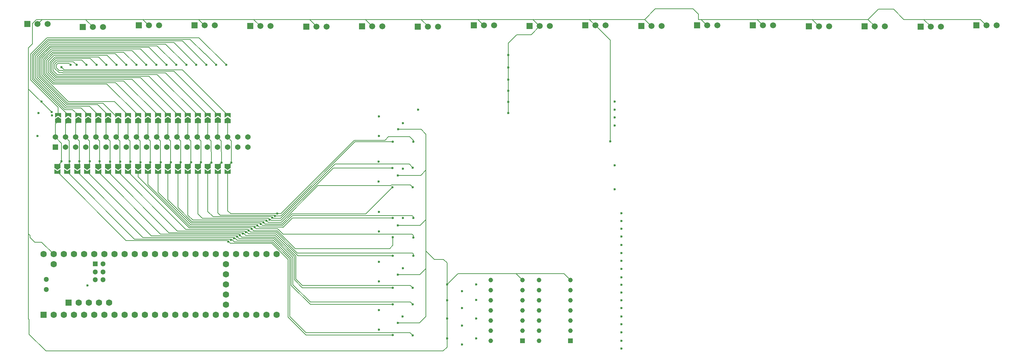
<source format=gbr>
%TF.GenerationSoftware,KiCad,Pcbnew,8.0.3-1.fc40*%
%TF.CreationDate,2024-06-20T14:07:14-04:00*%
%TF.ProjectId,sensor_bar_unified_muxing_1,73656e73-6f72-45f6-9261-725f756e6966,rev?*%
%TF.SameCoordinates,Original*%
%TF.FileFunction,Copper,L4,Bot*%
%TF.FilePolarity,Positive*%
%FSLAX46Y46*%
G04 Gerber Fmt 4.6, Leading zero omitted, Abs format (unit mm)*
G04 Created by KiCad (PCBNEW 8.0.3-1.fc40) date 2024-06-20 14:07:14*
%MOMM*%
%LPD*%
G01*
G04 APERTURE LIST*
G04 Aperture macros list*
%AMFreePoly0*
4,1,6,1.000000,0.000000,0.500000,-0.750000,-0.500000,-0.750000,-0.500000,0.750000,0.500000,0.750000,1.000000,0.000000,1.000000,0.000000,$1*%
%AMFreePoly1*
4,1,6,0.500000,-0.750000,-0.650000,-0.750000,-0.150000,0.000000,-0.650000,0.750000,0.500000,0.750000,0.500000,-0.750000,0.500000,-0.750000,$1*%
G04 Aperture macros list end*
%TA.AperFunction,ComponentPad*%
%ADD10R,1.500000X1.500000*%
%TD*%
%TA.AperFunction,ComponentPad*%
%ADD11C,1.500000*%
%TD*%
%TA.AperFunction,ComponentPad*%
%ADD12R,1.170000X1.170000*%
%TD*%
%TA.AperFunction,ComponentPad*%
%ADD13C,1.170000*%
%TD*%
%TA.AperFunction,ComponentPad*%
%ADD14R,1.370000X1.370000*%
%TD*%
%TA.AperFunction,ComponentPad*%
%ADD15C,1.370000*%
%TD*%
%TA.AperFunction,ComponentPad*%
%ADD16R,1.600000X1.600000*%
%TD*%
%TA.AperFunction,ComponentPad*%
%ADD17C,1.600000*%
%TD*%
%TA.AperFunction,ComponentPad*%
%ADD18R,1.300000X1.300000*%
%TD*%
%TA.AperFunction,ComponentPad*%
%ADD19C,1.300000*%
%TD*%
%TA.AperFunction,SMDPad,CuDef*%
%ADD20FreePoly0,270.000000*%
%TD*%
%TA.AperFunction,SMDPad,CuDef*%
%ADD21FreePoly1,270.000000*%
%TD*%
%TA.AperFunction,SMDPad,CuDef*%
%ADD22FreePoly0,90.000000*%
%TD*%
%TA.AperFunction,SMDPad,CuDef*%
%ADD23FreePoly1,90.000000*%
%TD*%
%TA.AperFunction,ViaPad*%
%ADD24C,0.600000*%
%TD*%
%TA.AperFunction,Conductor*%
%ADD25C,0.200000*%
%TD*%
G04 APERTURE END LIST*
D10*
%TO.P,U16,1,VCC*%
%TO.N,Net-(BOARDSEL_CMP1-VCC)*%
X221340000Y-18385000D03*
D11*
%TO.P,U16,2,GND*%
%TO.N,GND*%
X223880000Y-18385000D03*
%TO.P,U16,3,OUT*%
%TO.N,Net-(JP11-B)*%
X226420000Y-18385000D03*
%TD*%
D12*
%TO.P,BOARDSEL_ENABLE1,1,1A*%
%TO.N,Net-(BOARDSEL_CMP1-1Y)*%
X149560000Y-97305000D03*
D13*
%TO.P,BOARDSEL_ENABLE1,2,1B*%
%TO.N,Net-(BOARDSEL_CMP1-2Y)*%
X149560000Y-94765000D03*
%TO.P,BOARDSEL_ENABLE1,3*%
%TO.N,N/C*%
X149560000Y-92225000D03*
%TO.P,BOARDSEL_ENABLE1,4,1C*%
%TO.N,Net-(BOARDSEL_CMP1-3Y)*%
X149560000Y-89685000D03*
%TO.P,BOARDSEL_ENABLE1,5,1D*%
%TO.N,Net-(BOARDSEL_CMP1-4Y)*%
X149560000Y-87145000D03*
%TO.P,BOARDSEL_ENABLE1,6,1Y*%
%TO.N,Net-(BOARDSEL_ENABLE1-1Y)*%
X149560000Y-84605000D03*
%TO.P,BOARDSEL_ENABLE1,7,GND*%
%TO.N,GND*%
X149560000Y-82065000D03*
%TO.P,BOARDSEL_ENABLE1,8,2Y*%
%TO.N,unconnected-(BOARDSEL_ENABLE1-2Y-Pad8)*%
X141620000Y-82065000D03*
%TO.P,BOARDSEL_ENABLE1,9,2A*%
%TO.N,unconnected-(BOARDSEL_ENABLE1-2A-Pad9)*%
X141620000Y-84605000D03*
%TO.P,BOARDSEL_ENABLE1,10,2B*%
%TO.N,unconnected-(BOARDSEL_ENABLE1-2B-Pad10)*%
X141620000Y-87145000D03*
%TO.P,BOARDSEL_ENABLE1,11*%
%TO.N,N/C*%
X141620000Y-89685000D03*
%TO.P,BOARDSEL_ENABLE1,12,2C*%
%TO.N,unconnected-(BOARDSEL_ENABLE1-2C-Pad12)*%
X141620000Y-92225000D03*
%TO.P,BOARDSEL_ENABLE1,13,2D*%
%TO.N,unconnected-(BOARDSEL_ENABLE1-2D-Pad13)*%
X141620000Y-94765000D03*
%TO.P,BOARDSEL_ENABLE1,14,VCC*%
%TO.N,Net-(BOARDSEL_CMP1-VCC)*%
X141620000Y-97305000D03*
%TD*%
D10*
%TO.P,U13,1,VCC*%
%TO.N,Net-(BOARDSEL_CMP1-VCC)*%
X179340000Y-18345000D03*
D11*
%TO.P,U13,2,GND*%
%TO.N,GND*%
X181880000Y-18345000D03*
%TO.P,U13,3,OUT*%
%TO.N,Net-(JP14-B)*%
X184420000Y-18345000D03*
%TD*%
D10*
%TO.P,U15,1,VCC*%
%TO.N,Net-(BOARDSEL_CMP1-VCC)*%
X207340000Y-18185000D03*
D11*
%TO.P,U15,2,GND*%
%TO.N,GND*%
X209880000Y-18185000D03*
%TO.P,U15,3,OUT*%
%TO.N,Net-(JP12-B)*%
X212420000Y-18185000D03*
%TD*%
D10*
%TO.P,U9,1,VCC*%
%TO.N,Net-(BOARDSEL_CMP1-VCC)*%
X123340000Y-18485000D03*
D11*
%TO.P,U9,2,GND*%
%TO.N,GND*%
X125880000Y-18485000D03*
%TO.P,U9,3,OUT*%
%TO.N,Net-(JP18-B)*%
X128420000Y-18485000D03*
%TD*%
D10*
%TO.P,U19,1,VCC*%
%TO.N,Net-(BOARDSEL_CMP1-VCC)*%
X263340000Y-18185000D03*
D11*
%TO.P,U19,2,GND*%
%TO.N,GND*%
X265880000Y-18185000D03*
%TO.P,U19,3,OUT*%
%TO.N,Net-(JP26-B)*%
X268420000Y-18185000D03*
%TD*%
D10*
%TO.P,U10,1,VCC*%
%TO.N,Net-(BOARDSEL_CMP1-VCC)*%
X137340000Y-18185000D03*
D11*
%TO.P,U10,2,GND*%
%TO.N,GND*%
X139880000Y-18185000D03*
%TO.P,U10,3,OUT*%
%TO.N,Net-(JP17-B)*%
X142420000Y-18185000D03*
%TD*%
D10*
%TO.P,U7,1,VCC*%
%TO.N,Net-(BOARDSEL_CMP1-VCC)*%
X95340000Y-18485000D03*
D11*
%TO.P,U7,2,GND*%
%TO.N,GND*%
X97880000Y-18485000D03*
%TO.P,U7,3,OUT*%
%TO.N,Net-(JP20-B)*%
X100420000Y-18485000D03*
%TD*%
D10*
%TO.P,U11,1,VCC*%
%TO.N,Net-(BOARDSEL_CMP1-VCC)*%
X151340000Y-18345000D03*
D11*
%TO.P,U11,2,GND*%
%TO.N,GND*%
X153880000Y-18345000D03*
%TO.P,U11,3,OUT*%
%TO.N,Net-(JP16-B)*%
X156420000Y-18345000D03*
%TD*%
D10*
%TO.P,U8,1,VCC*%
%TO.N,Net-(BOARDSEL_CMP1-VCC)*%
X109340000Y-18385000D03*
D11*
%TO.P,U8,2,GND*%
%TO.N,GND*%
X111880000Y-18385000D03*
%TO.P,U8,3,OUT*%
%TO.N,Net-(JP19-B)*%
X114420000Y-18385000D03*
%TD*%
D10*
%TO.P,U6,1,VCC*%
%TO.N,Net-(BOARDSEL_CMP1-VCC)*%
X81340000Y-18345000D03*
D11*
%TO.P,U6,2,GND*%
%TO.N,GND*%
X83880000Y-18345000D03*
%TO.P,U6,3,OUT*%
%TO.N,Net-(JP21-B)*%
X86420000Y-18345000D03*
%TD*%
D10*
%TO.P,U17,1,VCC*%
%TO.N,Net-(BOARDSEL_CMP1-VCC)*%
X235340000Y-18385000D03*
D11*
%TO.P,U17,2,GND*%
%TO.N,GND*%
X237880000Y-18385000D03*
%TO.P,U17,3,OUT*%
%TO.N,Net-(JP10-B)*%
X240420000Y-18385000D03*
%TD*%
D10*
%TO.P,U18,1,VCC*%
%TO.N,Net-(BOARDSEL_CMP1-VCC)*%
X249340000Y-18485000D03*
D11*
%TO.P,U18,2,GND*%
%TO.N,GND*%
X251880000Y-18485000D03*
%TO.P,U18,3,OUT*%
%TO.N,Net-(JP25-B)*%
X254420000Y-18485000D03*
%TD*%
D10*
%TO.P,U12,1,VCC*%
%TO.N,Net-(BOARDSEL_CMP1-VCC)*%
X165340000Y-18145000D03*
D11*
%TO.P,U12,2,GND*%
%TO.N,GND*%
X167880000Y-18145000D03*
%TO.P,U12,3,OUT*%
%TO.N,Net-(JP15-B)*%
X170420000Y-18145000D03*
%TD*%
D10*
%TO.P,U3,1,VCC*%
%TO.N,Net-(BOARDSEL_CMP1-VCC)*%
X39340000Y-18545000D03*
D11*
%TO.P,U3,2,GND*%
%TO.N,GND*%
X41880000Y-18545000D03*
%TO.P,U3,3,OUT*%
%TO.N,Net-(JP46-B)*%
X44420000Y-18545000D03*
%TD*%
D10*
%TO.P,U5,1,VCC*%
%TO.N,Net-(BOARDSEL_CMP1-VCC)*%
X67340000Y-18145000D03*
D11*
%TO.P,U5,2,GND*%
%TO.N,GND*%
X69880000Y-18145000D03*
%TO.P,U5,3,OUT*%
%TO.N,Net-(JP22-B)*%
X72420000Y-18145000D03*
%TD*%
D10*
%TO.P,U2,1,VCC*%
%TO.N,Net-(BOARDSEL_CMP1-VCC)*%
X25440000Y-17845000D03*
D11*
%TO.P,U2,2,GND*%
%TO.N,GND*%
X27980000Y-17845000D03*
%TO.P,U2,3,OUT*%
%TO.N,Net-(JP47-B)*%
X30520000Y-17845000D03*
%TD*%
D14*
%TO.P,interboard connect,01,01*%
%TO.N,Net-(BOARDSEL_CMP1-1A)*%
X32440000Y-48725000D03*
D15*
%TO.P,interboard connect,02,02*%
%TO.N,Net-(DG452_0-S_1)*%
X32440000Y-46185000D03*
%TO.P,interboard connect,03,03*%
%TO.N,Net-(BOARDSEL_CMP1-2A)*%
X34980000Y-48725000D03*
%TO.P,interboard connect,04,04*%
%TO.N,Net-(DG452_0-D_4)*%
X34980000Y-46185000D03*
%TO.P,interboard connect,05,05*%
%TO.N,Net-(BOARDSEL_CMP1-3A)*%
X37520000Y-48725000D03*
%TO.P,interboard connect,06,06*%
%TO.N,Net-(DG452_0-S_2)*%
X37520000Y-46185000D03*
%TO.P,interboard connect,07,07*%
%TO.N,Net-(BOARDSEL_CMP1-4A)*%
X40060000Y-48725000D03*
%TO.P,interboard connect,08,08*%
%TO.N,Net-(DG452_0-D_3)*%
X40060000Y-46185000D03*
%TO.P,interboard connect,09,09*%
%TO.N,unconnected-(J1-Pad09)*%
X42600000Y-48725000D03*
%TO.P,interboard connect,10,10*%
%TO.N,Net-(DG452_1-S_1)*%
X42600000Y-46185000D03*
%TO.P,interboard connect,11,11*%
%TO.N,unconnected-(J1-Pad11)*%
X45140000Y-48725000D03*
%TO.P,interboard connect,12,12*%
%TO.N,Net-(DG452_1-D_4)*%
X45140000Y-46185000D03*
%TO.P,interboard connect,13,13*%
%TO.N,unconnected-(J1-Pad13)*%
X47680000Y-48725000D03*
%TO.P,interboard connect,14,14*%
%TO.N,Net-(DG452_1-S_2)*%
X47680000Y-46185000D03*
%TO.P,interboard connect,15,15*%
%TO.N,unconnected-(J1-Pad15)*%
X50220000Y-48725000D03*
%TO.P,interboard connect,16,16*%
%TO.N,Net-(DG452_1-D_3)*%
X50220000Y-46185000D03*
%TO.P,interboard connect,17,17*%
%TO.N,Net-(J2-Pin_9)*%
X52760000Y-48725000D03*
%TO.P,interboard connect,18,18*%
%TO.N,Net-(DG452_2-S_1)*%
X52760000Y-46185000D03*
%TO.P,interboard connect,19,19*%
%TO.N,unconnected-(J1-Pad19)*%
X55300000Y-48725000D03*
%TO.P,interboard connect,20,20*%
%TO.N,Net-(DG452_2-D_4)*%
X55300000Y-46185000D03*
%TO.P,interboard connect,21,21*%
%TO.N,unconnected-(J1-Pad21)*%
X57840000Y-48725000D03*
%TO.P,interboard connect,22,22*%
%TO.N,Net-(DG452_2-S_2)*%
X57840000Y-46185000D03*
%TO.P,interboard connect,23,23*%
%TO.N,unconnected-(J1-Pad23)*%
X60380000Y-48725000D03*
%TO.P,interboard connect,24,24*%
%TO.N,Net-(DG452_2-D_3)*%
X60380000Y-46185000D03*
%TO.P,interboard connect,25,25*%
%TO.N,unconnected-(J1-Pad25)*%
X62920000Y-48725000D03*
%TO.P,interboard connect,26,26*%
%TO.N,Net-(DG452_3-S_1)*%
X62920000Y-46185000D03*
%TO.P,interboard connect,27,27*%
%TO.N,unconnected-(J1-Pad27)*%
X65460000Y-48725000D03*
%TO.P,interboard connect,28,28*%
%TO.N,Net-(DG452_3-D_4)*%
X65460000Y-46185000D03*
%TO.P,interboard connect,29,29*%
%TO.N,Net-(BOARDSEL_CMP1-VCC)*%
X68000000Y-48725000D03*
%TO.P,interboard connect,30,30*%
%TO.N,Net-(DG452_3-S_2)*%
X68000000Y-46185000D03*
%TO.P,interboard connect,31,31*%
%TO.N,unconnected-(J1-Pad31)*%
X70540000Y-48725000D03*
%TO.P,interboard connect,32,32*%
%TO.N,Net-(DG452_3-D_3)*%
X70540000Y-46185000D03*
%TO.P,interboard connect,33,33*%
%TO.N,unconnected-(J1-Pad33)*%
X73080000Y-48725000D03*
%TO.P,interboard connect,34,34*%
%TO.N,Net-(DG45_4-S_1)*%
X73080000Y-46185000D03*
%TO.P,interboard connect,35,35*%
%TO.N,unconnected-(J1-Pad35)*%
X75620000Y-48725000D03*
%TO.P,interboard connect,36,36*%
%TO.N,Net-(DG45_4-D_4)*%
X75620000Y-46185000D03*
%TO.P,interboard connect,37,37*%
%TO.N,unconnected-(J1-Pad37)*%
X78160000Y-48725000D03*
%TO.P,interboard connect,38,38*%
%TO.N,unconnected-(J1-Pad38)*%
X78160000Y-46185000D03*
%TO.P,interboard connect,39,39*%
%TO.N,unconnected-(J1-Pad39)*%
X80700000Y-48725000D03*
%TO.P,interboard connect,40,40*%
%TO.N,GND*%
X80700000Y-46185000D03*
%TD*%
D16*
%TO.P,U1,1,GND*%
%TO.N,unconnected-(U1-GND-Pad1)*%
X29470000Y-90805000D03*
D17*
%TO.P,U1,2,0_RX1_CRX2_CS1*%
%TO.N,Net-(BOARDSEL_CMP1-1A)*%
X32010000Y-90805000D03*
%TO.P,U1,3,1_TX1_CTX2_MISO1*%
%TO.N,Net-(BOARDSEL_CMP1-2A)*%
X34550000Y-90805000D03*
%TO.P,U1,4,2_OUT2*%
%TO.N,Net-(BOARDSEL_CMP1-3A)*%
X37090000Y-90805000D03*
%TO.P,U1,5,3_LRCLK2*%
%TO.N,Net-(BOARDSEL_CMP1-4A)*%
X39630000Y-90805000D03*
%TO.P,U1,6,4_BCLK2*%
%TO.N,unconnected-(U1-4_BCLK2-Pad6)*%
X42170000Y-90805000D03*
%TO.P,U1,7,5_IN2*%
%TO.N,unconnected-(U1-5_IN2-Pad7)*%
X44710000Y-90805000D03*
%TO.P,U1,8,6_OUT1D*%
%TO.N,unconnected-(U1-6_OUT1D-Pad8)*%
X47250000Y-90805000D03*
%TO.P,U1,9,7_RX2_OUT1A*%
%TO.N,unconnected-(U1-7_RX2_OUT1A-Pad9)*%
X49790000Y-90805000D03*
%TO.P,U1,10,8_TX2_IN1*%
%TO.N,unconnected-(U1-8_TX2_IN1-Pad10)*%
X52330000Y-90805000D03*
%TO.P,U1,11,9_OUT1C*%
%TO.N,unconnected-(U1-9_OUT1C-Pad11)*%
X54870000Y-90805000D03*
%TO.P,U1,12,10_CS_MQSR*%
%TO.N,unconnected-(U1-10_CS_MQSR-Pad12)*%
X57410000Y-90805000D03*
%TO.P,U1,13,11_MOSI_CTX1*%
%TO.N,unconnected-(U1-11_MOSI_CTX1-Pad13)*%
X59950000Y-90805000D03*
%TO.P,U1,14,12_MISO_MQSL*%
%TO.N,unconnected-(U1-12_MISO_MQSL-Pad14)*%
X62490000Y-90805000D03*
%TO.P,U1,15,3V3*%
%TO.N,unconnected-(U1-3V3-Pad15)*%
X65030000Y-90805000D03*
%TO.P,U1,16,24_A10_TX6_SCL2*%
%TO.N,Net-(DG452_0-S_1)*%
X67570000Y-90805000D03*
%TO.P,U1,17,25_A11_RX6_SDA2*%
%TO.N,Net-(DG452_0-D_4)*%
X70110000Y-90805000D03*
%TO.P,U1,18,26_A12_MOSI1*%
%TO.N,Net-(DG452_0-S_2)*%
X72650000Y-90805000D03*
%TO.P,U1,19,27_A13_SCK1*%
%TO.N,Net-(DG452_0-D_3)*%
X75190000Y-90805000D03*
%TO.P,U1,20,28_RX7*%
%TO.N,unconnected-(U1-28_RX7-Pad20)*%
X77730000Y-90805000D03*
%TO.P,U1,21,29_TX7*%
%TO.N,unconnected-(U1-29_TX7-Pad21)*%
X80270000Y-90805000D03*
%TO.P,U1,22,30_CRX3*%
%TO.N,unconnected-(U1-30_CRX3-Pad22)*%
X82810000Y-90805000D03*
%TO.P,U1,23,31_CTX3*%
%TO.N,unconnected-(U1-31_CTX3-Pad23)*%
X85350000Y-90805000D03*
%TO.P,U1,24,32_OUT1B*%
%TO.N,unconnected-(U1-32_OUT1B-Pad24)*%
X87890000Y-90805000D03*
%TO.P,U1,25,33_MCLK2*%
%TO.N,unconnected-(U1-33_MCLK2-Pad25)*%
X87890000Y-75565000D03*
%TO.P,U1,26,34_RX8*%
%TO.N,unconnected-(U1-34_RX8-Pad26)*%
X85350000Y-75565000D03*
%TO.P,U1,27,35_TX8*%
%TO.N,unconnected-(U1-35_TX8-Pad27)*%
X82810000Y-75565000D03*
%TO.P,U1,28,36_CS*%
%TO.N,unconnected-(U1-36_CS-Pad28)*%
X80270000Y-75565000D03*
%TO.P,U1,29,37_CS*%
%TO.N,unconnected-(U1-37_CS-Pad29)*%
X77730000Y-75565000D03*
%TO.P,U1,30,38_CS1_IN1*%
%TO.N,Net-(DG452_1-D_3)*%
X75190000Y-75565000D03*
%TO.P,U1,31,39_MISO1_OUT1A*%
%TO.N,Net-(DG452_1-S_2)*%
X72650000Y-75565000D03*
%TO.P,U1,32,40_A16*%
%TO.N,Net-(DG452_1-D_4)*%
X70110000Y-75565000D03*
%TO.P,U1,33,41_A17*%
%TO.N,Net-(DG452_1-S_1)*%
X67570000Y-75565000D03*
%TO.P,U1,34,GND*%
%TO.N,unconnected-(U1-GND-Pad34)*%
X65030000Y-75565000D03*
%TO.P,U1,35,13_SCK_LED*%
%TO.N,unconnected-(U1-13_SCK_LED-Pad35)*%
X62490000Y-75565000D03*
%TO.P,U1,36,14_A0_TX3_SPDIF_OUT*%
%TO.N,Net-(DG45_4-D_4)*%
X59950000Y-75565000D03*
%TO.P,U1,37,15_A1_RX3_SPDIF_IN*%
%TO.N,Net-(DG45_4-S_1)*%
X57410000Y-75565000D03*
%TO.P,U1,38,16_A2_RX4_SCL1*%
%TO.N,Net-(DG452_3-D_3)*%
X54870000Y-75565000D03*
%TO.P,U1,39,17_A3_TX4_SDA1*%
%TO.N,Net-(DG452_3-S_2)*%
X52330000Y-75565000D03*
%TO.P,U1,40,18_A4_SDA*%
%TO.N,Net-(DG452_3-D_4)*%
X49790000Y-75565000D03*
%TO.P,U1,41,19_A5_SCL*%
%TO.N,Net-(DG452_3-S_1)*%
X47250000Y-75565000D03*
%TO.P,U1,42,20_A6_TX5_LRCLK1*%
%TO.N,Net-(DG452_2-D_3)*%
X44710000Y-75565000D03*
%TO.P,U1,43,21_A7_RX5_BCLK1*%
%TO.N,Net-(DG452_2-S_2)*%
X42170000Y-75565000D03*
%TO.P,U1,44,22_A8_CTX1*%
%TO.N,Net-(DG452_2-D_4)*%
X39630000Y-75565000D03*
%TO.P,U1,45,23_A9_CRX1_MCLK1*%
%TO.N,Net-(DG452_2-S_1)*%
X37090000Y-75565000D03*
%TO.P,U1,46,3V3*%
%TO.N,Net-(BOARDSEL_CMP1-VCC)*%
X34550000Y-75565000D03*
%TO.P,U1,47,GND*%
%TO.N,GND*%
X32010000Y-75565000D03*
%TO.P,U1,48,VIN*%
%TO.N,Net-(JP23-B)*%
X29470000Y-75565000D03*
%TO.P,U1,49,VUSB*%
%TO.N,unconnected-(U1-VUSB-Pad49)*%
X32010000Y-78105000D03*
%TO.P,U1,50,VBAT*%
%TO.N,unconnected-(U1-VBAT-Pad50)*%
X75190000Y-88265000D03*
%TO.P,U1,51,3V3*%
%TO.N,unconnected-(U1-3V3-Pad51)*%
X75190000Y-85725000D03*
%TO.P,U1,52,GND*%
%TO.N,unconnected-(U1-GND-Pad52)*%
X75190000Y-83185000D03*
%TO.P,U1,53,PROGRAM*%
%TO.N,unconnected-(U1-PROGRAM-Pad53)*%
X75190000Y-80645000D03*
%TO.P,U1,54,ON_OFF*%
%TO.N,unconnected-(U1-ON_OFF-Pad54)*%
X75190000Y-78105000D03*
D16*
%TO.P,U1,55,5V*%
%TO.N,unconnected-(U1-5V-Pad55)*%
X35769200Y-87754200D03*
D17*
%TO.P,U1,56,D-*%
%TO.N,unconnected-(U1-D--Pad56)*%
X38309200Y-87754200D03*
%TO.P,U1,57,D+*%
%TO.N,unconnected-(U1-D+-Pad57)*%
X40849200Y-87754200D03*
%TO.P,U1,58,GND*%
%TO.N,unconnected-(U1-GND-Pad58)*%
X43389200Y-87754200D03*
%TO.P,U1,59,GND*%
%TO.N,unconnected-(U1-GND-Pad59)*%
X45929200Y-87754200D03*
D18*
%TO.P,U1,60,R+*%
%TO.N,unconnected-(U1-R+-Pad60)*%
X42440000Y-78003400D03*
D19*
%TO.P,U1,61,LED*%
%TO.N,unconnected-(U1-LED-Pad61)*%
X42440000Y-80003400D03*
%TO.P,U1,62,T-*%
%TO.N,unconnected-(U1-T--Pad62)*%
X42440000Y-82003400D03*
%TO.P,U1,63,T+*%
%TO.N,unconnected-(U1-T+-Pad63)*%
X44440000Y-82003400D03*
%TO.P,U1,64,GND*%
%TO.N,unconnected-(U1-GND-Pad64)*%
X44440000Y-80003400D03*
%TO.P,U1,65,R-*%
%TO.N,unconnected-(U1-R--Pad65)*%
X44440000Y-78003400D03*
%TO.P,U1,66,D-*%
%TO.N,unconnected-(U1-D--Pad66)*%
X30200000Y-81915000D03*
%TO.P,U1,67,D+*%
%TO.N,unconnected-(U1-D+-Pad67)*%
X30200000Y-84455000D03*
%TD*%
D12*
%TO.P,BOARDSEL_CMP1,1,1A*%
%TO.N,Net-(BOARDSEL_CMP1-1A)*%
X161620000Y-97345000D03*
D13*
%TO.P,BOARDSEL_CMP1,2,1B*%
%TO.N,Net-(BOARDSEL_CMP1-1B)*%
X161620000Y-94805000D03*
%TO.P,BOARDSEL_CMP1,3,1Y*%
%TO.N,Net-(BOARDSEL_CMP1-1Y)*%
X161620000Y-92265000D03*
%TO.P,BOARDSEL_CMP1,4,2Y*%
%TO.N,Net-(BOARDSEL_CMP1-2Y)*%
X161620000Y-89725000D03*
%TO.P,BOARDSEL_CMP1,5,2A*%
%TO.N,Net-(BOARDSEL_CMP1-2A)*%
X161620000Y-87185000D03*
%TO.P,BOARDSEL_CMP1,6,2B*%
%TO.N,Net-(BOARDSEL_CMP1-2B)*%
X161620000Y-84645000D03*
%TO.P,BOARDSEL_CMP1,7,GND*%
%TO.N,GND*%
X161620000Y-82105000D03*
%TO.P,BOARDSEL_CMP1,8,3A*%
%TO.N,Net-(BOARDSEL_CMP1-3A)*%
X153680000Y-82105000D03*
%TO.P,BOARDSEL_CMP1,9,3B*%
%TO.N,Net-(BOARDSEL_CMP1-3B)*%
X153680000Y-84645000D03*
%TO.P,BOARDSEL_CMP1,10,3Y*%
%TO.N,Net-(BOARDSEL_CMP1-3Y)*%
X153680000Y-87185000D03*
%TO.P,BOARDSEL_CMP1,11,4Y*%
%TO.N,Net-(BOARDSEL_CMP1-4Y)*%
X153680000Y-89725000D03*
%TO.P,BOARDSEL_CMP1,12,4A*%
%TO.N,Net-(BOARDSEL_CMP1-4A)*%
X153680000Y-92265000D03*
%TO.P,BOARDSEL_CMP1,13,4B*%
%TO.N,Net-(BOARDSEL_CMP1-4B)*%
X153680000Y-94805000D03*
%TO.P,BOARDSEL_CMP1,14,VCC*%
%TO.N,Net-(BOARDSEL_CMP1-VCC)*%
X153680000Y-97345000D03*
%TD*%
D10*
%TO.P,U14,1,VCC*%
%TO.N,Net-(BOARDSEL_CMP1-VCC)*%
X193340000Y-18185000D03*
D11*
%TO.P,U14,2,GND*%
%TO.N,GND*%
X195880000Y-18185000D03*
%TO.P,U14,3,OUT*%
%TO.N,Net-(JP13-B)*%
X198420000Y-18185000D03*
%TD*%
D10*
%TO.P,U4,1,VCC*%
%TO.N,Net-(BOARDSEL_CMP1-VCC)*%
X53340000Y-18145000D03*
D11*
%TO.P,U4,2,GND*%
%TO.N,GND*%
X55880000Y-18145000D03*
%TO.P,U4,3,OUT*%
%TO.N,Net-(JP45-B)*%
X58420000Y-18145000D03*
%TD*%
D20*
%TO.P,JPE01,1,A*%
%TO.N,Net-(DG452_0-S_1)*%
X32930000Y-53485000D03*
D21*
%TO.P,JPE01,2,B*%
X32930000Y-54935000D03*
%TD*%
D20*
%TO.P,JPE15,1,A*%
%TO.N,Net-(DG452_3-S_2)*%
X68180000Y-53460000D03*
D21*
%TO.P,JPE15,2,B*%
X68180000Y-54910000D03*
%TD*%
D20*
%TO.P,JPE13,1,A*%
%TO.N,Net-(DG452_3-S_1)*%
X63180000Y-53460000D03*
D21*
%TO.P,JPE13,2,B*%
X63180000Y-54910000D03*
%TD*%
D22*
%TO.P,JP20,1,A*%
%TO.N,Net-(DG452_3-S_1)*%
X63180000Y-42160000D03*
D23*
%TO.P,JP20,2,B*%
%TO.N,Net-(JP20-B)*%
X63180000Y-40710000D03*
%TD*%
D20*
%TO.P,JPE04,1,A*%
%TO.N,Net-(DG452_0-D_3)*%
X40430000Y-53485000D03*
D21*
%TO.P,JPE04,2,B*%
X40430000Y-54935000D03*
%TD*%
D22*
%TO.P,JP46,1,A*%
%TO.N,Net-(DG45_4-S_1)*%
X73180000Y-42135000D03*
D23*
%TO.P,JP46,2,B*%
%TO.N,Net-(JP46-B)*%
X73180000Y-40685000D03*
%TD*%
D20*
%TO.P,JPE18,1,A*%
%TO.N,Net-(DG45_4-D_4)*%
X75680000Y-53460000D03*
D21*
%TO.P,JPE18,2,B*%
X75680000Y-54910000D03*
%TD*%
D22*
%TO.P,JP16,1,A*%
%TO.N,Net-(DG452_2-S_1)*%
X53180000Y-42160000D03*
D23*
%TO.P,JP16,2,B*%
%TO.N,Net-(JP16-B)*%
X53180000Y-40710000D03*
%TD*%
D22*
%TO.P,JP47,1,A*%
%TO.N,Net-(DG45_4-D_4)*%
X75680000Y-42160000D03*
D23*
%TO.P,JP47,2,B*%
%TO.N,Net-(JP47-B)*%
X75680000Y-40710000D03*
%TD*%
D22*
%TO.P,JP13,1,A*%
%TO.N,Net-(DG452_1-D_4)*%
X45680000Y-42135000D03*
D23*
%TO.P,JP13,2,B*%
%TO.N,Net-(JP13-B)*%
X45680000Y-40685000D03*
%TD*%
D20*
%TO.P,JPE06,1,A*%
%TO.N,Net-(DG452_1-D_4)*%
X45680000Y-53485000D03*
D21*
%TO.P,JPE06,2,B*%
X45680000Y-54935000D03*
%TD*%
D22*
%TO.P,JP15,1,A*%
%TO.N,Net-(DG452_1-D_3)*%
X50680000Y-42160000D03*
D23*
%TO.P,JP15,2,B*%
%TO.N,Net-(JP15-B)*%
X50680000Y-40710000D03*
%TD*%
D20*
%TO.P,JPE08,1,A*%
%TO.N,Net-(DG452_1-D_3)*%
X50680000Y-53460000D03*
D21*
%TO.P,JPE08,2,B*%
X50680000Y-54910000D03*
%TD*%
D20*
%TO.P,JPE12,1,A*%
%TO.N,Net-(DG452_2-D_3)*%
X60680000Y-53485000D03*
D21*
%TO.P,JPE12,2,B*%
X60680000Y-54935000D03*
%TD*%
D22*
%TO.P,JP45,1,A*%
%TO.N,Net-(DG452_3-D_3)*%
X70680000Y-42135000D03*
D23*
%TO.P,JP45,2,B*%
%TO.N,Net-(JP45-B)*%
X70680000Y-40685000D03*
%TD*%
D22*
%TO.P,JP17,1,A*%
%TO.N,Net-(DG452_2-D_4)*%
X55680000Y-42135000D03*
D23*
%TO.P,JP17,2,B*%
%TO.N,Net-(JP17-B)*%
X55680000Y-40685000D03*
%TD*%
D20*
%TO.P,JPE14,1,A*%
%TO.N,Net-(DG452_3-D_4)*%
X65680000Y-53485000D03*
D21*
%TO.P,JPE14,2,B*%
X65680000Y-54935000D03*
%TD*%
D20*
%TO.P,JPE16,1,A*%
%TO.N,Net-(DG452_3-D_3)*%
X70680000Y-53485000D03*
D21*
%TO.P,JPE16,2,B*%
X70680000Y-54935000D03*
%TD*%
D22*
%TO.P,JP21,1,A*%
%TO.N,Net-(DG452_3-D_4)*%
X65680000Y-42135000D03*
D23*
%TO.P,JP21,2,B*%
%TO.N,Net-(JP21-B)*%
X65680000Y-40685000D03*
%TD*%
D20*
%TO.P,JPE03,1,A*%
%TO.N,Net-(DG452_0-S_2)*%
X37930000Y-53485000D03*
D21*
%TO.P,JPE03,2,B*%
X37930000Y-54935000D03*
%TD*%
D20*
%TO.P,JPE02,1,A*%
%TO.N,Net-(DG452_0-D_4)*%
X35430000Y-53485000D03*
D21*
%TO.P,JPE02,2,B*%
X35430000Y-54935000D03*
%TD*%
D22*
%TO.P,JP19,1,A*%
%TO.N,Net-(DG452_2-D_3)*%
X60680000Y-42135000D03*
D23*
%TO.P,JP19,2,B*%
%TO.N,Net-(JP19-B)*%
X60680000Y-40685000D03*
%TD*%
D20*
%TO.P,JPE09,1,A*%
%TO.N,Net-(DG452_2-S_1)*%
X53180000Y-53485000D03*
D21*
%TO.P,JPE09,2,B*%
X53180000Y-54935000D03*
%TD*%
D20*
%TO.P,JPE07,1,A*%
%TO.N,Net-(DG452_1-S_2)*%
X48180000Y-53485000D03*
D21*
%TO.P,JPE07,2,B*%
X48180000Y-54935000D03*
%TD*%
D22*
%TO.P,JP14,1,A*%
%TO.N,Net-(DG452_1-S_2)*%
X48180000Y-42160000D03*
D23*
%TO.P,JP14,2,B*%
%TO.N,Net-(JP14-B)*%
X48180000Y-40710000D03*
%TD*%
D22*
%TO.P,JP11,1,A*%
%TO.N,Net-(DG452_0-D_3)*%
X40680000Y-42135000D03*
D23*
%TO.P,JP11,2,B*%
%TO.N,Net-(JP11-B)*%
X40680000Y-40685000D03*
%TD*%
D20*
%TO.P,JPE05,1,A*%
%TO.N,Net-(DG452_1-S_1)*%
X43180000Y-53485000D03*
D21*
%TO.P,JPE05,2,B*%
X43180000Y-54935000D03*
%TD*%
D20*
%TO.P,JPE11,1,A*%
%TO.N,Net-(DG452_2-S_2)*%
X58180000Y-53485000D03*
D21*
%TO.P,JPE11,2,B*%
X58180000Y-54935000D03*
%TD*%
D22*
%TO.P,JP9,1,A*%
%TO.N,Net-(DG452_0-D_4)*%
X35680000Y-42160000D03*
D23*
%TO.P,JP9,2,B*%
%TO.N,Net-(JP25-B)*%
X35680000Y-40710000D03*
%TD*%
D22*
%TO.P,JP22,1,A*%
%TO.N,Net-(DG452_3-S_2)*%
X68180000Y-42160000D03*
D23*
%TO.P,JP22,2,B*%
%TO.N,Net-(JP22-B)*%
X68180000Y-40710000D03*
%TD*%
D20*
%TO.P,JPE10,1,A*%
%TO.N,Net-(DG452_2-D_4)*%
X55680000Y-53485000D03*
D21*
%TO.P,JPE10,2,B*%
X55680000Y-54935000D03*
%TD*%
D22*
%TO.P,JP18,1,A*%
%TO.N,Net-(DG452_2-S_2)*%
X58180000Y-42160000D03*
D23*
%TO.P,JP18,2,B*%
%TO.N,Net-(JP18-B)*%
X58180000Y-40710000D03*
%TD*%
D22*
%TO.P,JP8,1,A*%
%TO.N,Net-(DG452_0-S_1)*%
X33180000Y-42135000D03*
D23*
%TO.P,JP8,2,B*%
%TO.N,Net-(JP26-B)*%
X33180000Y-40685000D03*
%TD*%
D22*
%TO.P,JP10,1,A*%
%TO.N,Net-(DG452_0-S_2)*%
X38180000Y-42135000D03*
D23*
%TO.P,JP10,2,B*%
%TO.N,Net-(JP10-B)*%
X38180000Y-40685000D03*
%TD*%
D22*
%TO.P,JP12,1,A*%
%TO.N,Net-(DG452_1-S_1)*%
X43180000Y-42135000D03*
D23*
%TO.P,JP12,2,B*%
%TO.N,Net-(JP12-B)*%
X43180000Y-40685000D03*
%TD*%
D20*
%TO.P,JPE17,1,A*%
%TO.N,Net-(DG45_4-S_1)*%
X73180000Y-53485000D03*
D21*
%TO.P,JPE17,2,B*%
X73180000Y-54935000D03*
%TD*%
D24*
%TO.N,Net-(BOARDSEL_CMP1-3B)*%
X134380000Y-89085000D03*
%TO.N,Net-(BOARDSEL_CMP1-4A)*%
X172680000Y-37285000D03*
%TO.N,Net-(BOARDSEL_CMP1-2A)*%
X172680000Y-41285000D03*
%TO.N,Net-(BOARDSEL_CMP1-4B)*%
X134380000Y-84885000D03*
%TO.N,Net-(BOARDSEL_CMP1-1A)*%
X172680000Y-43285000D03*
%TO.N,Net-(BOARDSEL_CMP1-1B)*%
X134380000Y-98285000D03*
%TO.N,Net-(BOARDSEL_CMP1-2B)*%
X134380000Y-93485000D03*
%TO.N,GND*%
X146000000Y-37400000D03*
X146000000Y-34600000D03*
X28959852Y-37313382D03*
X118300000Y-68335000D03*
X118300000Y-55835000D03*
X146000000Y-31800000D03*
X146000000Y-25600000D03*
X118300000Y-92835000D03*
X171580000Y-47285000D03*
X118400000Y-44235000D03*
X146000000Y-28700000D03*
X130680000Y-91685000D03*
X118300000Y-80735000D03*
X130680000Y-83185000D03*
X130680000Y-96685000D03*
X130680000Y-87185000D03*
X146000000Y-40200000D03*
X31573235Y-39926765D03*
%TO.N,Net-(BOARDSEL_CMP1-VCC)*%
X31600910Y-40726288D03*
X119500000Y-91235000D03*
X172680000Y-59285000D03*
X137980000Y-83185000D03*
X119600000Y-42735000D03*
X137980000Y-87085000D03*
X137980000Y-96685000D03*
X119600000Y-54135000D03*
X137980000Y-91685000D03*
X119600000Y-79135000D03*
X28000000Y-45900000D03*
X119600000Y-66535000D03*
%TO.N,Net-(BOARDSEL_CMP1-3A)*%
X172680000Y-39285000D03*
%TO.N,Net-(BOARDSEL_ENABLE1-1Y)*%
X113580000Y-40985000D03*
X113580000Y-89585000D03*
X123380000Y-39285000D03*
X113480000Y-57385000D03*
X113580000Y-82385000D03*
X113580000Y-64985000D03*
X113580000Y-77485000D03*
X113480000Y-52385000D03*
X113580000Y-69885000D03*
X113580000Y-94485000D03*
X113580000Y-45885000D03*
%TO.N,Net-(DG45_4-S_1)*%
X87480000Y-65985000D03*
X174380000Y-67285000D03*
X117080000Y-47385000D03*
X74080000Y-52585000D03*
%TO.N,Net-(DG45_4-D_4)*%
X88080000Y-65385000D03*
X76580000Y-52585000D03*
X174380000Y-65285000D03*
X122180000Y-47385000D03*
%TO.N,Net-(DG452_0-D_3)*%
X77980000Y-71185000D03*
X41080000Y-52285000D03*
X122080000Y-88185000D03*
X174380000Y-93185000D03*
%TO.N,Net-(DG452_0-D_4)*%
X76484322Y-71985000D03*
X122080000Y-95985000D03*
X35980000Y-52285000D03*
X174380000Y-97285000D03*
%TO.N,Net-(DG452_0-S_1)*%
X33980000Y-52285000D03*
X174380000Y-99285000D03*
X117080000Y-95885000D03*
X75780000Y-72385000D03*
%TO.N,Net-(DG452_0-S_2)*%
X38480000Y-52285000D03*
X117080000Y-88185000D03*
X174380000Y-95185000D03*
X77279997Y-71585000D03*
%TO.N,Net-(DG452_1-D_4)*%
X79410853Y-70385000D03*
X122080000Y-83985000D03*
X46180000Y-52385000D03*
X174380000Y-89085000D03*
%TO.N,Net-(DG452_1-S_1)*%
X117080000Y-83985000D03*
X174380000Y-91185000D03*
X43580000Y-52285000D03*
X78710850Y-70785000D03*
%TO.N,Net-(DG452_1-S_2)*%
X174380000Y-87185000D03*
X48680000Y-52385000D03*
X80210239Y-70032000D03*
X117080000Y-75985000D03*
%TO.N,Net-(DG452_1-D_3)*%
X80873710Y-69585000D03*
X122180000Y-75985000D03*
X51280000Y-52385000D03*
X174380000Y-85185000D03*
%TO.N,Net-(DG452_2-D_3)*%
X122180000Y-66485000D03*
X83928856Y-67985000D03*
X61380000Y-52485000D03*
X174380000Y-77285000D03*
%TO.N,Net-(DG452_2-S_2)*%
X174380000Y-79285000D03*
X117080000Y-66485000D03*
X83128853Y-68385000D03*
X58880000Y-52485000D03*
%TO.N,Net-(DG452_2-D_4)*%
X56280000Y-52485000D03*
X82390558Y-68785000D03*
X174380000Y-81385000D03*
X122180000Y-71385000D03*
%TO.N,Net-(DG452_2-S_1)*%
X53780000Y-52485000D03*
X174380000Y-83285000D03*
X81645669Y-69185000D03*
X117080000Y-71285000D03*
%TO.N,Net-(DG452_3-S_2)*%
X86149499Y-66888263D03*
X68980000Y-52485000D03*
X116980000Y-53985000D03*
X174380000Y-71185000D03*
%TO.N,Net-(DG452_3-D_3)*%
X122080000Y-53885000D03*
X86817278Y-66447722D03*
X174380000Y-69185000D03*
X71580000Y-52585000D03*
%TO.N,Net-(DG452_3-D_4)*%
X122080000Y-58785000D03*
X174380000Y-73285000D03*
X85364651Y-67185000D03*
X66480000Y-52485000D03*
%TO.N,Net-(DG452_3-S_1)*%
X116980000Y-58785000D03*
X174380000Y-75285000D03*
X63880000Y-52485000D03*
X84632310Y-67585000D03*
%TO.N,Net-(JP10-B)*%
X70280000Y-28085000D03*
%TO.N,Net-(JP11-B)*%
X67780000Y-28085000D03*
%TO.N,Net-(JP12-B)*%
X65280000Y-28085000D03*
%TO.N,Net-(JP13-B)*%
X62780000Y-28085000D03*
%TO.N,Net-(JP14-B)*%
X60280000Y-28085000D03*
%TO.N,Net-(JP15-B)*%
X57780000Y-28085000D03*
%TO.N,Net-(JP16-B)*%
X55280000Y-28085000D03*
%TO.N,Net-(JP17-B)*%
X52780000Y-28085000D03*
%TO.N,Net-(JP18-B)*%
X50280000Y-28085000D03*
%TO.N,Net-(JP19-B)*%
X47780000Y-28085000D03*
%TO.N,Net-(JP20-B)*%
X45280000Y-28085000D03*
%TO.N,Net-(JP21-B)*%
X42780000Y-28085000D03*
%TO.N,Net-(JP22-B)*%
X40280000Y-28085000D03*
%TO.N,Net-(JP23-B)*%
X40500000Y-83400000D03*
%TO.N,Net-(JP45-B)*%
X37780000Y-28085000D03*
%TO.N,Net-(JP46-B)*%
X36280000Y-28085000D03*
%TO.N,Net-(JP47-B)*%
X34025000Y-28685000D03*
%TO.N,Net-(J2-Pin_9)*%
X172680000Y-53285000D03*
X28200000Y-40200000D03*
%TO.N,Net-(JP25-B)*%
X72780000Y-28085000D03*
%TO.N,Net-(JP26-B)*%
X75280000Y-28085000D03*
%TD*%
D25*
%TO.N,Net-(JP26-B)*%
X75280000Y-28085000D02*
X68480000Y-21285000D01*
X68480000Y-21285000D02*
X30323140Y-21285000D01*
X30323140Y-21285000D02*
X26280000Y-25328140D01*
X33180000Y-38754206D02*
X33180000Y-40685000D01*
X26280000Y-25328140D02*
X26280000Y-31854206D01*
X26280000Y-31854206D02*
X33180000Y-38754206D01*
%TO.N,Net-(JP25-B)*%
X72780000Y-28085000D02*
X69980000Y-25285000D01*
X30488826Y-21685000D02*
X26680000Y-25493826D01*
X69980000Y-25285000D02*
X69880000Y-25285000D01*
X69880000Y-25285000D02*
X66280000Y-21685000D01*
X66280000Y-21685000D02*
X30488826Y-21685000D01*
X26680000Y-25493826D02*
X26680000Y-31688520D01*
X26680000Y-31688520D02*
X35680000Y-40688520D01*
X35680000Y-40688520D02*
X35680000Y-40710000D01*
%TO.N,Net-(JP10-B)*%
X70280000Y-28085000D02*
X64280000Y-22085000D01*
X64280000Y-22085000D02*
X30654512Y-22085000D01*
X30654512Y-22085000D02*
X27080000Y-25659512D01*
X27080000Y-25659512D02*
X27080000Y-31522834D01*
X27080000Y-31522834D02*
X34842166Y-39285000D01*
X34842166Y-39285000D02*
X36780000Y-39285000D01*
X36780000Y-39285000D02*
X38180000Y-40685000D01*
%TO.N,Net-(JP11-B)*%
X67780000Y-28085000D02*
X62180000Y-22485000D01*
X62180000Y-22485000D02*
X30820198Y-22485000D01*
X30820198Y-22485000D02*
X27480000Y-25825198D01*
X27480000Y-25825198D02*
X27480000Y-31357148D01*
X27480000Y-31357148D02*
X35007852Y-38885000D01*
X35007852Y-38885000D02*
X38880000Y-38885000D01*
X38880000Y-38885000D02*
X40680000Y-40685000D01*
%TO.N,Net-(JP12-B)*%
X65280000Y-28085000D02*
X60080000Y-22885000D01*
X60080000Y-22885000D02*
X30985884Y-22885000D01*
X40980000Y-38485000D02*
X43180000Y-40685000D01*
X30985884Y-22885000D02*
X27880000Y-25990884D01*
X27880000Y-25990884D02*
X27880000Y-31191462D01*
X27880000Y-31191462D02*
X35173538Y-38485000D01*
X35173538Y-38485000D02*
X40980000Y-38485000D01*
%TO.N,Net-(JP13-B)*%
X62780000Y-28085000D02*
X57980000Y-23285000D01*
X57980000Y-23285000D02*
X31151570Y-23285000D01*
X31151570Y-23285000D02*
X28280000Y-26156570D01*
X28280000Y-26156570D02*
X28280000Y-31025776D01*
X28280000Y-31025776D02*
X35339224Y-38085000D01*
X35339224Y-38085000D02*
X43080000Y-38085000D01*
X43080000Y-38085000D02*
X45680000Y-40685000D01*
%TO.N,Net-(JP14-B)*%
X60280000Y-28085000D02*
X55880000Y-23685000D01*
X55880000Y-23685000D02*
X31317256Y-23685000D01*
X28680000Y-26322256D02*
X28680000Y-30860090D01*
X31317256Y-23685000D02*
X28680000Y-26322256D01*
X28680000Y-30860090D02*
X35504910Y-37685000D01*
X44361336Y-37685000D02*
X47531433Y-40855097D01*
X35504910Y-37685000D02*
X44361336Y-37685000D01*
X47531433Y-40855097D02*
X48480000Y-40855097D01*
%TO.N,Net-(JP15-B)*%
X57780000Y-28085000D02*
X53780000Y-24085000D01*
X29080000Y-26487942D02*
X29080000Y-30694404D01*
X53780000Y-24085000D02*
X31482942Y-24085000D01*
X31482942Y-24085000D02*
X29080000Y-26487942D01*
X29080000Y-30694404D02*
X35670596Y-37285000D01*
X35670596Y-37285000D02*
X47255000Y-37285000D01*
X47255000Y-37285000D02*
X50680000Y-40710000D01*
%TO.N,Net-(JP16-B)*%
X53180000Y-40710000D02*
X45370000Y-32900000D01*
X45370000Y-32900000D02*
X31851282Y-32900000D01*
X29480000Y-30528718D02*
X29480000Y-26653628D01*
X51680000Y-24485000D02*
X55280000Y-28085000D01*
X31851282Y-32900000D02*
X29480000Y-30528718D01*
X29480000Y-26653628D02*
X31648628Y-24485000D01*
X31648628Y-24485000D02*
X51680000Y-24485000D01*
%TO.N,Net-(JP17-B)*%
X55680000Y-40685000D02*
X47495000Y-32500000D01*
X31814314Y-24885000D02*
X49580000Y-24885000D01*
X47495000Y-32500000D02*
X32016967Y-32500000D01*
X32016967Y-32500000D02*
X31008484Y-31491516D01*
X49580000Y-24885000D02*
X52780000Y-28085000D01*
X31008484Y-31491516D02*
X29880000Y-30363032D01*
X29880000Y-30363032D02*
X29880000Y-26819314D01*
X29880000Y-26819314D02*
X31814314Y-24885000D01*
%TO.N,Net-(JP18-B)*%
X58180000Y-40710000D02*
X49570000Y-32100000D01*
X49570000Y-32100000D02*
X32182653Y-32100000D01*
X32182653Y-32100000D02*
X30280000Y-30197347D01*
X47480000Y-25285000D02*
X50280000Y-28085000D01*
X30280000Y-30197347D02*
X30280000Y-26985000D01*
X30280000Y-26985000D02*
X31980000Y-25285000D01*
X31980000Y-25285000D02*
X47480000Y-25285000D01*
%TO.N,Net-(JP19-B)*%
X60680000Y-40685000D02*
X51695000Y-31700000D01*
X51695000Y-31700000D02*
X32348339Y-31700000D01*
X32348339Y-31700000D02*
X30680000Y-30031661D01*
X30680000Y-30031661D02*
X30680000Y-27150686D01*
X30680000Y-27150686D02*
X32145686Y-25685000D01*
X32145686Y-25685000D02*
X45380000Y-25685000D01*
X45380000Y-25685000D02*
X47780000Y-28085000D01*
%TO.N,Net-(JP20-B)*%
X63180000Y-40710000D02*
X53770000Y-31300000D01*
X53770000Y-31300000D02*
X32514025Y-31300000D01*
X32514025Y-31300000D02*
X31080000Y-29865975D01*
X31080000Y-29865975D02*
X31080000Y-27385000D01*
X31080000Y-27385000D02*
X32380000Y-26085000D01*
X32380000Y-26085000D02*
X43280000Y-26085000D01*
X43280000Y-26085000D02*
X45280000Y-28085000D01*
%TO.N,Net-(JP21-B)*%
X65680000Y-40685000D02*
X55895000Y-30900000D01*
X55895000Y-30900000D02*
X32679711Y-30900000D01*
X31480000Y-27550686D02*
X32545686Y-26485000D01*
X32679711Y-30900000D02*
X32445396Y-30665686D01*
X32445396Y-30665686D02*
X31480000Y-29700290D01*
X31480000Y-29700290D02*
X31480000Y-27550686D01*
X32545686Y-26485000D02*
X41180000Y-26485000D01*
X41180000Y-26485000D02*
X42780000Y-28085000D01*
%TO.N,Net-(JP22-B)*%
X68180000Y-40710000D02*
X57970000Y-30500000D01*
X57970000Y-30500000D02*
X32845396Y-30500000D01*
X32845396Y-30500000D02*
X31880000Y-29534604D01*
X31880000Y-29534604D02*
X31880000Y-27716372D01*
X31880000Y-27716372D02*
X32711372Y-26885000D01*
X32711372Y-26885000D02*
X39080000Y-26885000D01*
X39080000Y-26885000D02*
X40280000Y-28085000D01*
%TO.N,Net-(JP45-B)*%
X70680000Y-40685000D02*
X60095000Y-30100000D01*
X60095000Y-30100000D02*
X34308630Y-30100000D01*
X33354169Y-30039855D02*
X32280000Y-28965686D01*
X34308630Y-30100000D02*
X34208630Y-30000000D01*
X34208630Y-30000000D02*
X33579710Y-30000000D01*
X33579710Y-30000000D02*
X33539855Y-30039855D01*
X33539855Y-30039855D02*
X33354169Y-30039855D01*
X32280000Y-28965686D02*
X32280000Y-27882058D01*
X32280000Y-27882058D02*
X32877058Y-27285000D01*
X32877058Y-27285000D02*
X36980000Y-27285000D01*
X36980000Y-27285000D02*
X37780000Y-28085000D01*
%TO.N,Net-(JP46-B)*%
X32680000Y-28800000D02*
X32680000Y-28047744D01*
X34294169Y-29519855D02*
X33399855Y-29519855D01*
X33399855Y-29519855D02*
X32680000Y-28800000D01*
X73180000Y-40685000D02*
X62195000Y-29700000D01*
X35880000Y-27685000D02*
X36280000Y-28085000D01*
X62195000Y-29700000D02*
X34474315Y-29700000D01*
X34474315Y-29700000D02*
X34294169Y-29519855D01*
X32680000Y-28047744D02*
X33042744Y-27685000D01*
X33042744Y-27685000D02*
X35880000Y-27685000D01*
%TO.N,Net-(JP47-B)*%
X75680000Y-40710000D02*
X64270000Y-29300000D01*
X64270000Y-29300000D02*
X34640000Y-29300000D01*
X34640000Y-29300000D02*
X34025000Y-28685000D01*
%TO.N,GND*%
X171580000Y-47285000D02*
X171580000Y-21845000D01*
X130680000Y-77785000D02*
X130680000Y-83185000D01*
X125380000Y-54485000D02*
X125380000Y-66885000D01*
X25680000Y-70285000D02*
X25680000Y-34200000D01*
X31573235Y-39926765D02*
X31526765Y-39926765D01*
X83910000Y-18415000D02*
X82180000Y-16685000D01*
X130680000Y-98885000D02*
X130680000Y-83185000D01*
X129680000Y-99885000D02*
X130680000Y-98885000D01*
X118300000Y-80735000D02*
X123830000Y-80735000D01*
X118300000Y-68335000D02*
X123930000Y-68335000D01*
X151725000Y-20500000D02*
X153880000Y-18345000D01*
X25880000Y-91985000D02*
X25880000Y-95685000D01*
X27680000Y-16685000D02*
X29180000Y-16685000D01*
X123830000Y-80735000D02*
X125380000Y-79185000D01*
X125380000Y-45485000D02*
X125380000Y-54485000D01*
X195910000Y-18235000D02*
X194360000Y-16685000D01*
X250180000Y-16685000D02*
X264360000Y-16685000D01*
X111910000Y-18415000D02*
X110180000Y-16685000D01*
X68360000Y-16685000D02*
X68180000Y-16685000D01*
X146000000Y-25600000D02*
X146000000Y-22600000D01*
X222180000Y-16685000D02*
X236180000Y-16685000D01*
X29180000Y-16685000D02*
X27910000Y-17955000D01*
X32010000Y-75565000D02*
X29030000Y-72585000D01*
X192300000Y-14000000D02*
X193680000Y-15380000D01*
X194360000Y-16685000D02*
X193680000Y-16685000D01*
X30080000Y-99885000D02*
X129680000Y-99885000D01*
X251910000Y-19185000D02*
X251910000Y-18415000D01*
X264360000Y-16685000D02*
X265910000Y-18235000D01*
X41910000Y-18580000D02*
X40180000Y-16850000D01*
X237910000Y-18415000D02*
X236180000Y-16685000D01*
X125380000Y-91185000D02*
X123730000Y-92835000D01*
X26680000Y-22785000D02*
X26680000Y-17685000D01*
X31526765Y-39926765D02*
X25800000Y-34200000D01*
X223910000Y-19185000D02*
X223910000Y-18415000D01*
X125380000Y-74785000D02*
X127480000Y-76885000D01*
X167910000Y-18235000D02*
X166360000Y-16685000D01*
X26080000Y-71385000D02*
X26080000Y-70885000D01*
X152180000Y-16685000D02*
X165680000Y-16685000D01*
X171580000Y-21845000D02*
X167880000Y-18145000D01*
X69910000Y-18235000D02*
X68360000Y-16685000D01*
X68180000Y-16685000D02*
X82180000Y-16685000D01*
X25680000Y-23785000D02*
X26680000Y-22785000D01*
X125380000Y-79185000D02*
X125380000Y-91185000D01*
X29180000Y-16685000D02*
X40180000Y-16685000D01*
X55910000Y-18235000D02*
X54360000Y-16685000D01*
X237910000Y-19185000D02*
X237910000Y-18415000D01*
X133380000Y-80485000D02*
X147280000Y-80485000D01*
X146000000Y-22600000D02*
X148100000Y-20500000D01*
X242600000Y-14100000D02*
X238765000Y-14100000D01*
X54360000Y-16685000D02*
X53680000Y-16685000D01*
X193680000Y-16685000D02*
X207680000Y-16685000D01*
X40180000Y-16850000D02*
X40180000Y-16685000D01*
X118400000Y-44235000D02*
X124130000Y-44235000D01*
X124030000Y-55835000D02*
X125380000Y-54485000D01*
X125380000Y-66885000D02*
X125380000Y-74785000D01*
X245185000Y-16685000D02*
X250180000Y-16685000D01*
X25800000Y-34200000D02*
X25680000Y-34200000D01*
X124130000Y-44235000D02*
X125380000Y-45485000D01*
X123730000Y-92835000D02*
X118300000Y-92835000D01*
X242600000Y-14100000D02*
X245185000Y-16685000D01*
X25680000Y-70285000D02*
X25680000Y-91785000D01*
X181910000Y-18415000D02*
X180180000Y-16685000D01*
X40180000Y-16685000D02*
X53680000Y-16685000D01*
X124180000Y-16685000D02*
X137680000Y-16685000D01*
X110180000Y-16685000D02*
X124180000Y-16685000D01*
X26680000Y-17685000D02*
X27680000Y-16685000D01*
X208360000Y-16685000D02*
X207680000Y-16685000D01*
X166360000Y-16685000D02*
X165680000Y-16685000D01*
X193680000Y-15380000D02*
X193680000Y-16685000D01*
X148100000Y-20500000D02*
X151725000Y-20500000D01*
X97910000Y-18415000D02*
X96180000Y-16685000D01*
X125380000Y-74785000D02*
X125380000Y-79185000D01*
X146000000Y-40200000D02*
X146000000Y-25600000D01*
X25680000Y-70485000D02*
X25680000Y-70285000D01*
X147280000Y-80485000D02*
X160000000Y-80485000D01*
X96180000Y-16685000D02*
X110180000Y-16685000D01*
X223910000Y-18415000D02*
X222180000Y-16685000D01*
X165680000Y-16685000D02*
X180180000Y-16685000D01*
X139910000Y-18235000D02*
X138360000Y-16685000D01*
X25680000Y-34200000D02*
X25680000Y-23785000D01*
X129780000Y-76885000D02*
X130680000Y-77785000D01*
X251910000Y-18415000D02*
X250180000Y-16685000D01*
X125910000Y-18415000D02*
X124180000Y-16685000D01*
X53680000Y-16685000D02*
X68180000Y-16685000D01*
X130680000Y-83185000D02*
X133380000Y-80485000D01*
X25880000Y-95685000D02*
X30080000Y-99885000D01*
X123930000Y-68335000D02*
X125380000Y-66885000D01*
X180180000Y-16685000D02*
X182865000Y-14000000D01*
X238765000Y-14100000D02*
X236180000Y-16685000D01*
X138360000Y-16685000D02*
X137680000Y-16685000D01*
X137680000Y-16685000D02*
X152180000Y-16685000D01*
X153910000Y-18415000D02*
X152180000Y-16685000D01*
X207680000Y-16685000D02*
X222180000Y-16685000D01*
X149560000Y-82065000D02*
X147980000Y-80485000D01*
X127480000Y-76885000D02*
X129780000Y-76885000D01*
X160000000Y-80485000D02*
X161620000Y-82105000D01*
X118300000Y-55835000D02*
X124030000Y-55835000D01*
X27280000Y-72585000D02*
X26080000Y-71385000D01*
X82180000Y-16685000D02*
X96180000Y-16685000D01*
X29030000Y-72585000D02*
X27280000Y-72585000D01*
X41910000Y-19185000D02*
X41910000Y-18580000D01*
X26080000Y-70885000D02*
X25680000Y-70485000D01*
X147980000Y-80485000D02*
X147280000Y-80485000D01*
X182865000Y-14000000D02*
X192300000Y-14000000D01*
X209910000Y-18235000D02*
X208360000Y-16685000D01*
X25680000Y-91785000D02*
X25880000Y-91985000D01*
%TO.N,Net-(DG45_4-S_1)*%
X87280000Y-65785000D02*
X73780000Y-65785000D01*
X88985883Y-65985000D02*
X107585883Y-47385000D01*
X74080000Y-52585000D02*
X74065000Y-52600000D01*
X73180000Y-46085000D02*
X73080000Y-46185000D01*
X73180000Y-42135000D02*
X73180000Y-46085000D01*
X87480000Y-65985000D02*
X87280000Y-65785000D01*
X73780000Y-65785000D02*
X73180000Y-65185000D01*
X107585883Y-47385000D02*
X117080000Y-47385000D01*
X73080000Y-46185000D02*
X74065000Y-47170000D01*
X74065000Y-47170000D02*
X74080000Y-52585000D01*
X73180000Y-65185000D02*
X73180000Y-54935000D01*
X74065000Y-52600000D02*
X73180000Y-53485000D01*
X87480000Y-65985000D02*
X88985883Y-65985000D01*
%TO.N,Net-(DG45_4-D_4)*%
X89020198Y-65385000D02*
X107420198Y-46985000D01*
X76605000Y-52535000D02*
X76580000Y-52560000D01*
X76605000Y-47170000D02*
X76605000Y-52535000D01*
X122180000Y-46985000D02*
X122180000Y-47385000D01*
X75680000Y-42160000D02*
X75680000Y-46125000D01*
X75680000Y-46125000D02*
X75620000Y-46185000D01*
X88080000Y-65385000D02*
X76380000Y-65385000D01*
X76380000Y-65385000D02*
X75680000Y-64685000D01*
X121280000Y-46085000D02*
X122180000Y-46985000D01*
X76580000Y-52585000D02*
X76555000Y-52585000D01*
X75680000Y-64685000D02*
X75680000Y-54910000D01*
X115080000Y-46985000D02*
X115980000Y-46085000D01*
X88080000Y-65385000D02*
X89020198Y-65385000D01*
X76555000Y-52585000D02*
X75680000Y-53460000D01*
X75620000Y-46185000D02*
X76605000Y-47170000D01*
X76580000Y-52560000D02*
X76580000Y-52585000D01*
X107420198Y-46985000D02*
X115080000Y-46985000D01*
X115980000Y-46085000D02*
X121280000Y-46085000D01*
%TO.N,Net-(DG452_0-D_3)*%
X40060000Y-46185000D02*
X41045000Y-47170000D01*
X41045000Y-47170000D02*
X41045000Y-52250000D01*
X78480000Y-71685000D02*
X87262692Y-71685000D01*
X91980000Y-76402308D02*
X91980000Y-83219314D01*
X77980000Y-71185000D02*
X77780000Y-70985000D01*
X41045000Y-52250000D02*
X41080000Y-52285000D01*
X40680000Y-42135000D02*
X40060000Y-42755000D01*
X41045000Y-52870000D02*
X40430000Y-53485000D01*
X41080000Y-52285000D02*
X41045000Y-52320000D01*
X87262692Y-71685000D02*
X91980000Y-76402308D01*
X96345686Y-87585000D02*
X121480000Y-87585000D01*
X41045000Y-52320000D02*
X41045000Y-52870000D01*
X40060000Y-42755000D02*
X40060000Y-46185000D01*
X77780000Y-70985000D02*
X56480000Y-70985000D01*
X56480000Y-70985000D02*
X40430000Y-54935000D01*
X91980000Y-83219314D02*
X96345686Y-87585000D01*
X121480000Y-87585000D02*
X122080000Y-88185000D01*
X77980000Y-71185000D02*
X78480000Y-71685000D01*
%TO.N,Net-(DG452_0-D_4)*%
X35965000Y-52300000D02*
X35965000Y-52950000D01*
X76831468Y-71985000D02*
X76484322Y-71985000D01*
X35965000Y-52950000D02*
X35430000Y-53485000D01*
X77331469Y-72485000D02*
X77279998Y-72433529D01*
X77279998Y-72433529D02*
X76831468Y-71985000D01*
X35965000Y-52270000D02*
X35980000Y-52285000D01*
X34980000Y-46185000D02*
X35965000Y-47170000D01*
X122080000Y-95985000D02*
X121380000Y-95285000D01*
X35980000Y-52285000D02*
X35965000Y-52300000D01*
X35965000Y-47170000D02*
X35965000Y-52270000D01*
X76484322Y-71985000D02*
X76284322Y-71785000D01*
X91180000Y-76733679D02*
X86931321Y-72485000D01*
X35680000Y-42160000D02*
X34980000Y-42860000D01*
X76284322Y-71785000D02*
X52280000Y-71785000D01*
X121380000Y-95285000D02*
X95245686Y-95285000D01*
X86931321Y-72485000D02*
X77331469Y-72485000D01*
X95245686Y-95285000D02*
X91180000Y-91219314D01*
X34980000Y-42860000D02*
X34980000Y-46185000D01*
X91180000Y-91219314D02*
X91180000Y-76733679D01*
X52280000Y-71785000D02*
X35430000Y-54935000D01*
%TO.N,Net-(DG452_0-S_1)*%
X33995000Y-52270000D02*
X33980000Y-52285000D01*
X86765635Y-72885000D02*
X90780000Y-76899365D01*
X33180000Y-42135000D02*
X32440000Y-42875000D01*
X95280000Y-95885000D02*
X117080000Y-95885000D01*
X50180000Y-72185000D02*
X32930000Y-54935000D01*
X33995000Y-52420000D02*
X32930000Y-53485000D01*
X75780000Y-72385000D02*
X76280000Y-72885000D01*
X33980000Y-52285000D02*
X33995000Y-52300000D01*
X75580000Y-72185000D02*
X50180000Y-72185000D01*
X32440000Y-46185000D02*
X33995000Y-47740000D01*
X75780000Y-72385000D02*
X75580000Y-72185000D01*
X90780000Y-91385000D02*
X95280000Y-95885000D01*
X76280000Y-72885000D02*
X86765635Y-72885000D01*
X33995000Y-52300000D02*
X33995000Y-52420000D01*
X90780000Y-76899365D02*
X90780000Y-91385000D01*
X33995000Y-47740000D02*
X33995000Y-52270000D01*
X32440000Y-42875000D02*
X32440000Y-46185000D01*
%TO.N,Net-(DG452_0-S_2)*%
X77531471Y-71585000D02*
X78031471Y-72085000D01*
X78031471Y-72085000D02*
X87097007Y-72085000D01*
X38180000Y-42135000D02*
X37520000Y-42795000D01*
X38505000Y-47170000D02*
X38505000Y-52260000D01*
X91580000Y-76567993D02*
X91580000Y-83385000D01*
X87097007Y-72085000D02*
X91580000Y-76567993D01*
X54380000Y-71385000D02*
X37930000Y-54935000D01*
X37520000Y-46185000D02*
X38505000Y-47170000D01*
X77279997Y-71585000D02*
X77079997Y-71385000D01*
X38480000Y-52285000D02*
X38505000Y-52310000D01*
X77279997Y-71585000D02*
X77531471Y-71585000D01*
X37520000Y-42795000D02*
X37520000Y-46185000D01*
X38505000Y-52260000D02*
X38480000Y-52285000D01*
X77079997Y-71385000D02*
X54380000Y-71385000D01*
X91580000Y-83385000D02*
X96380000Y-88185000D01*
X38505000Y-52910000D02*
X37930000Y-53485000D01*
X96380000Y-88185000D02*
X117080000Y-88185000D01*
X38505000Y-52310000D02*
X38505000Y-52910000D01*
%TO.N,Net-(DG452_1-D_4)*%
X79714710Y-70385000D02*
X80214710Y-70885000D01*
X80214710Y-70885000D02*
X87594063Y-70885000D01*
X92780000Y-76070937D02*
X92780000Y-81819314D01*
X60930000Y-70185000D02*
X45680000Y-54935000D01*
X79410853Y-70385000D02*
X79210853Y-70185000D01*
X46185000Y-52390000D02*
X46185000Y-52980000D01*
X87594063Y-70885000D02*
X92780000Y-76070937D01*
X45140000Y-46185000D02*
X46185000Y-47230000D01*
X46185000Y-52980000D02*
X45680000Y-53485000D01*
X79210853Y-70185000D02*
X60930000Y-70185000D01*
X92780000Y-81819314D02*
X94345686Y-83385000D01*
X46185000Y-47230000D02*
X46185000Y-52380000D01*
X94345686Y-83385000D02*
X121480000Y-83385000D01*
X46180000Y-52385000D02*
X46185000Y-52390000D01*
X121480000Y-83385000D02*
X122080000Y-83985000D01*
X46185000Y-52380000D02*
X46180000Y-52385000D01*
X45140000Y-42675000D02*
X45140000Y-46185000D01*
X45680000Y-42135000D02*
X45140000Y-42675000D01*
X79410853Y-70385000D02*
X79714710Y-70385000D01*
%TO.N,Net-(DG452_1-S_1)*%
X58830000Y-70585000D02*
X43180000Y-54935000D01*
X94380000Y-83985000D02*
X117080000Y-83985000D01*
X43580000Y-52285000D02*
X43585000Y-52290000D01*
X43180000Y-42135000D02*
X42600000Y-42715000D01*
X42600000Y-46185000D02*
X43585000Y-47170000D01*
X43585000Y-47170000D02*
X43585000Y-52280000D01*
X42600000Y-42715000D02*
X42600000Y-46185000D01*
X87428378Y-71285000D02*
X92380000Y-76236622D01*
X43585000Y-52290000D02*
X43585000Y-53080000D01*
X78710850Y-70785000D02*
X78510850Y-70585000D01*
X43585000Y-53080000D02*
X43180000Y-53485000D01*
X43585000Y-52280000D02*
X43580000Y-52285000D01*
X92380000Y-76236622D02*
X92380000Y-81985000D01*
X78710850Y-70785000D02*
X79210850Y-71285000D01*
X92380000Y-81985000D02*
X94380000Y-83985000D01*
X79210850Y-71285000D02*
X87428378Y-71285000D01*
X78510850Y-70585000D02*
X58830000Y-70585000D01*
%TO.N,Net-(DG452_1-S_2)*%
X48665000Y-47170000D02*
X48665000Y-52370000D01*
X80210239Y-70032000D02*
X79963239Y-69785000D01*
X47680000Y-46185000D02*
X48665000Y-47170000D01*
X48665000Y-52400000D02*
X48665000Y-53000000D01*
X80925181Y-70485000D02*
X87759749Y-70485000D01*
X87759749Y-70485000D02*
X93259749Y-75985000D01*
X63030000Y-69785000D02*
X48180000Y-54935000D01*
X48180000Y-42160000D02*
X48180000Y-45685000D01*
X79963239Y-69785000D02*
X63030000Y-69785000D01*
X48680000Y-52385000D02*
X48665000Y-52400000D01*
X48665000Y-53000000D02*
X48180000Y-53485000D01*
X48180000Y-45685000D02*
X47680000Y-46185000D01*
X48665000Y-52370000D02*
X48680000Y-52385000D01*
X93259749Y-75985000D02*
X117080000Y-75985000D01*
X80472181Y-70032000D02*
X80925181Y-70485000D01*
X80210239Y-70032000D02*
X80472181Y-70032000D01*
%TO.N,Net-(DG452_1-D_3)*%
X81373710Y-70085000D02*
X87925435Y-70085000D01*
X65155000Y-69385000D02*
X50680000Y-54910000D01*
X80873710Y-69585000D02*
X80673710Y-69385000D01*
X50680000Y-45725000D02*
X50220000Y-46185000D01*
X87925435Y-70085000D02*
X93125435Y-75285000D01*
X51280000Y-52385000D02*
X51205000Y-52460000D01*
X50680000Y-42160000D02*
X50680000Y-45725000D01*
X50220000Y-46185000D02*
X51205000Y-47170000D01*
X51205000Y-52460000D02*
X51205000Y-52935000D01*
X121980000Y-75285000D02*
X122180000Y-75485000D01*
X51205000Y-52935000D02*
X50680000Y-53460000D01*
X51205000Y-47170000D02*
X51205000Y-52310000D01*
X122180000Y-75485000D02*
X122180000Y-75985000D01*
X51205000Y-52310000D02*
X51280000Y-52385000D01*
X93125435Y-75285000D02*
X121980000Y-75285000D01*
X80673710Y-69385000D02*
X65155000Y-69385000D01*
X80873710Y-69585000D02*
X81373710Y-70085000D01*
%TO.N,Net-(DG452_2-D_3)*%
X61365000Y-47170000D02*
X61365000Y-52470000D01*
X121880000Y-65885000D02*
X122180000Y-66185000D01*
X60380000Y-46185000D02*
X61365000Y-47170000D01*
X83928856Y-67985000D02*
X83728856Y-67785000D01*
X83928856Y-67985000D02*
X84328856Y-68385000D01*
X61365000Y-52470000D02*
X61380000Y-52485000D01*
X61380000Y-52485000D02*
X61365000Y-52500000D01*
X122180000Y-66185000D02*
X122180000Y-66485000D01*
X61365000Y-52500000D02*
X61365000Y-52800000D01*
X66514314Y-67785000D02*
X60680000Y-61950686D01*
X60680000Y-45885000D02*
X60380000Y-46185000D01*
X84328856Y-68385000D02*
X89414314Y-68385000D01*
X83728856Y-67785000D02*
X66514314Y-67785000D01*
X61365000Y-52800000D02*
X60680000Y-53485000D01*
X91914314Y-65885000D02*
X121880000Y-65885000D01*
X60680000Y-42135000D02*
X60680000Y-45885000D01*
X60680000Y-61950686D02*
X60680000Y-54935000D01*
X89414314Y-68385000D02*
X91914314Y-65885000D01*
%TO.N,Net-(DG452_2-S_2)*%
X83128853Y-68385000D02*
X83528853Y-68785000D01*
X89448629Y-68785000D02*
X89514314Y-68850685D01*
X58825000Y-52840000D02*
X58180000Y-53485000D01*
X58825000Y-47170000D02*
X58825000Y-52430000D01*
X83528853Y-68785000D02*
X89448629Y-68785000D01*
X58180000Y-45845000D02*
X57840000Y-46185000D01*
X91879999Y-66485000D02*
X117080000Y-66485000D01*
X58825000Y-52540000D02*
X58825000Y-52840000D01*
X58180000Y-42160000D02*
X58180000Y-45845000D01*
X58180000Y-60016372D02*
X58180000Y-54935000D01*
X58825000Y-52430000D02*
X58880000Y-52485000D01*
X66348628Y-68185000D02*
X58180000Y-60016372D01*
X57840000Y-46185000D02*
X58825000Y-47170000D01*
X83128853Y-68385000D02*
X82928853Y-68185000D01*
X89514314Y-68850685D02*
X91879999Y-66485000D01*
X82928853Y-68185000D02*
X66348628Y-68185000D01*
X58880000Y-52485000D02*
X58825000Y-52540000D01*
%TO.N,Net-(DG452_2-D_4)*%
X56285000Y-52490000D02*
X56285000Y-52880000D01*
X88156805Y-69185000D02*
X89556805Y-70585000D01*
X122180000Y-70885000D02*
X122180000Y-71385000D01*
X89556805Y-70585000D02*
X121880000Y-70585000D01*
X55680000Y-58082058D02*
X55680000Y-54935000D01*
X56285000Y-52480000D02*
X56280000Y-52485000D01*
X55680000Y-45805000D02*
X55300000Y-46185000D01*
X56280000Y-52485000D02*
X56285000Y-52490000D01*
X55300000Y-46185000D02*
X56285000Y-47170000D01*
X56285000Y-52880000D02*
X55680000Y-53485000D01*
X82790558Y-69185000D02*
X88156805Y-69185000D01*
X82390558Y-68785000D02*
X82790558Y-69185000D01*
X66182942Y-68585000D02*
X55680000Y-58082058D01*
X55680000Y-42135000D02*
X55680000Y-45805000D01*
X121880000Y-70585000D02*
X122180000Y-70885000D01*
X56285000Y-47170000D02*
X56285000Y-52480000D01*
X82190558Y-68585000D02*
X66182942Y-68585000D01*
X82390558Y-68785000D02*
X82190558Y-68585000D01*
%TO.N,Net-(DG452_2-S_1)*%
X117080000Y-73385000D02*
X117080000Y-71285000D01*
X66017256Y-68985000D02*
X53180000Y-56147744D01*
X82145669Y-69685000D02*
X88091120Y-69685000D01*
X53745000Y-47170000D02*
X53745000Y-52450000D01*
X53180000Y-42160000D02*
X53180000Y-45765000D01*
X81445669Y-68985000D02*
X66017256Y-68985000D01*
X52760000Y-46185000D02*
X53745000Y-47170000D01*
X53745000Y-52520000D02*
X53745000Y-52920000D01*
X81645669Y-69185000D02*
X82145669Y-69685000D01*
X53745000Y-52450000D02*
X53780000Y-52485000D01*
X53780000Y-52485000D02*
X53745000Y-52520000D01*
X92568403Y-74162283D02*
X116302717Y-74162283D01*
X53180000Y-56147744D02*
X53180000Y-54935000D01*
X53180000Y-45765000D02*
X52760000Y-46185000D01*
X81645669Y-69185000D02*
X81445669Y-68985000D01*
X116302717Y-74162283D02*
X117080000Y-73385000D01*
X53745000Y-52920000D02*
X53180000Y-53485000D01*
X88091120Y-69685000D02*
X92568403Y-74162283D01*
%TO.N,Net-(DG452_3-S_2)*%
X102117256Y-53985000D02*
X116980000Y-53985000D01*
X86149499Y-66888263D02*
X86409290Y-66888263D01*
X68180000Y-46005000D02*
X68000000Y-46185000D01*
X89017256Y-67085000D02*
X102117256Y-53985000D01*
X68985000Y-52490000D02*
X68985000Y-52655000D01*
X86149499Y-66888263D02*
X85846236Y-66585000D01*
X68180000Y-65485000D02*
X68180000Y-54910000D01*
X68180000Y-42160000D02*
X68180000Y-46005000D01*
X69280000Y-66585000D02*
X68180000Y-65485000D01*
X68000000Y-46185000D02*
X68985000Y-47170000D01*
X68985000Y-52480000D02*
X68980000Y-52485000D01*
X68985000Y-52655000D02*
X68180000Y-53460000D01*
X86606027Y-67085000D02*
X89017256Y-67085000D01*
X85846236Y-66585000D02*
X69280000Y-66585000D01*
X86409290Y-66888263D02*
X86606027Y-67085000D01*
X68980000Y-52485000D02*
X68985000Y-52490000D01*
X68985000Y-47170000D02*
X68985000Y-52480000D01*
%TO.N,Net-(DG452_3-D_3)*%
X70680000Y-64885000D02*
X70680000Y-54935000D01*
X70540000Y-46185000D02*
X71525000Y-47170000D01*
X86954556Y-66585000D02*
X88951570Y-66585000D01*
X70680000Y-46045000D02*
X70540000Y-46185000D01*
X71580000Y-52585000D02*
X71525000Y-52640000D01*
X86817278Y-66447722D02*
X86554556Y-66185000D01*
X121180000Y-52985000D02*
X122080000Y-53885000D01*
X86817278Y-66447722D02*
X86954556Y-66585000D01*
X71525000Y-52640000D02*
X70680000Y-53485000D01*
X71980000Y-66185000D02*
X70680000Y-64885000D01*
X102551570Y-52985000D02*
X121180000Y-52985000D01*
X71525000Y-47170000D02*
X71580000Y-52585000D01*
X70680000Y-42135000D02*
X70680000Y-46045000D01*
X86554556Y-66185000D02*
X71980000Y-66185000D01*
X88951570Y-66585000D02*
X102551570Y-52985000D01*
%TO.N,Net-(DG452_3-D_4)*%
X66445000Y-47170000D02*
X66445000Y-52450000D01*
X66445000Y-52520000D02*
X66445000Y-52720000D01*
X66445000Y-52450000D02*
X66480000Y-52485000D01*
X85364651Y-67185000D02*
X85164651Y-66985000D01*
X65680000Y-65785000D02*
X65680000Y-54935000D01*
X121480000Y-58185000D02*
X122080000Y-58785000D01*
X116731471Y-58185000D02*
X121480000Y-58185000D01*
X116531471Y-58385000D02*
X116731471Y-58185000D01*
X65680000Y-42135000D02*
X65680000Y-45965000D01*
X89082942Y-67585000D02*
X98282942Y-58385000D01*
X66480000Y-52485000D02*
X66445000Y-52520000D01*
X65680000Y-45965000D02*
X65460000Y-46185000D01*
X98282942Y-58385000D02*
X116531471Y-58385000D01*
X66445000Y-52720000D02*
X65680000Y-53485000D01*
X65460000Y-46185000D02*
X66445000Y-47170000D01*
X66880000Y-66985000D02*
X65680000Y-65785000D01*
X85764651Y-67585000D02*
X89082942Y-67585000D01*
X85364651Y-67185000D02*
X85764651Y-67585000D01*
X85164651Y-66985000D02*
X66880000Y-66985000D01*
%TO.N,Net-(DG452_3-S_1)*%
X89248628Y-67985000D02*
X91748628Y-65485000D01*
X63180000Y-42160000D02*
X63180000Y-45925000D01*
X63880000Y-52485000D02*
X63905000Y-52510000D01*
X84632310Y-67585000D02*
X84432310Y-67385000D01*
X63905000Y-52460000D02*
X63880000Y-52485000D01*
X62920000Y-46185000D02*
X63905000Y-47170000D01*
X91748628Y-65485000D02*
X110280000Y-65485000D01*
X63905000Y-52735000D02*
X63180000Y-53460000D01*
X84432310Y-67385000D02*
X66680000Y-67385000D01*
X63180000Y-63885000D02*
X63180000Y-54910000D01*
X63905000Y-52510000D02*
X63905000Y-52735000D01*
X63905000Y-47170000D02*
X63905000Y-52460000D01*
X66680000Y-67385000D02*
X63180000Y-63885000D01*
X84632310Y-67585000D02*
X85032310Y-67985000D01*
X85032310Y-67985000D02*
X89248628Y-67985000D01*
X63180000Y-45925000D02*
X62920000Y-46185000D01*
X110280000Y-65485000D02*
X116980000Y-58785000D01*
%TD*%
M02*

</source>
